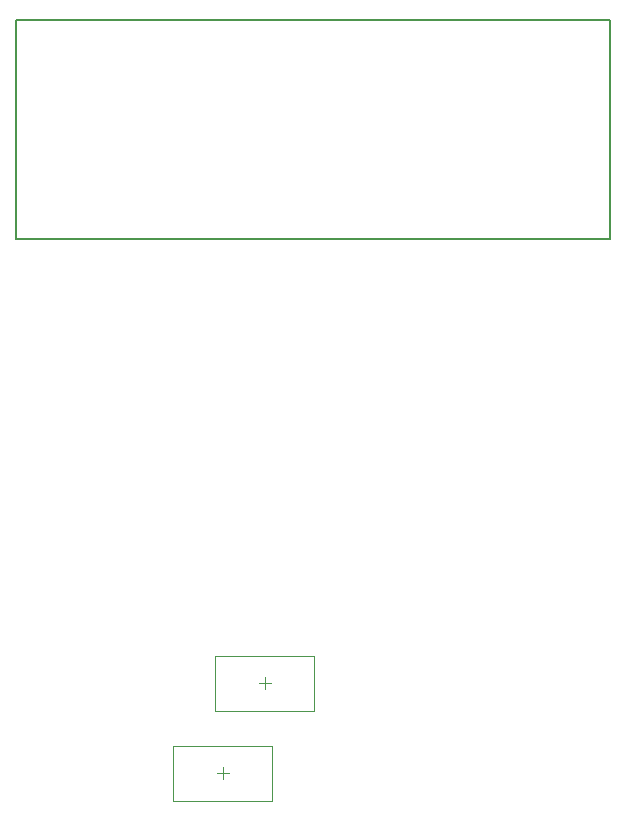
<source format=gbp>
G04*
G04 #@! TF.GenerationSoftware,Altium Limited,Altium Designer,22.8.2 (66)*
G04*
G04 Layer_Color=128*
%FSLAX25Y25*%
%MOIN*%
G70*
G04*
G04 #@! TF.SameCoordinates,BEF1E4EC-90C0-4ACD-898C-557356F843F1*
G04*
G04*
G04 #@! TF.FilePolarity,Positive*
G04*
G01*
G75*
%ADD16C,0.00500*%
%ADD19C,0.00197*%
%ADD20C,0.00394*%
D16*
X164941Y338764D02*
Y411756D01*
Y338764D02*
X362933D01*
Y411756D01*
X164941D02*
X362933D01*
X164941Y338764D02*
Y411756D01*
Y338764D02*
X362933D01*
Y411756D01*
X164941D02*
X362933D01*
D19*
X217465Y151285D02*
Y169789D01*
X250535Y151285D02*
Y169789D01*
X217465D02*
X250535D01*
X217465Y151285D02*
X250535D01*
X231465Y181285D02*
Y199789D01*
X264535Y181285D02*
Y199789D01*
X231465D02*
X264535D01*
X231465Y181285D02*
X264535D01*
D20*
X232031Y160537D02*
X235968D01*
X234000Y158569D02*
Y162505D01*
X246031Y190537D02*
X249969D01*
X248000Y188568D02*
Y192506D01*
M02*

</source>
